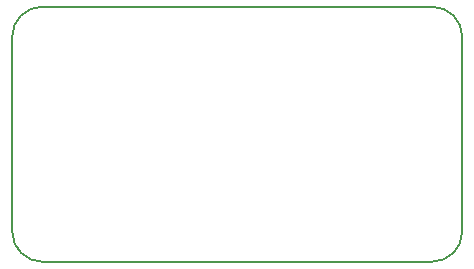
<source format=gbr>
G04 #@! TF.GenerationSoftware,KiCad,Pcbnew,5.0.2+dfsg1-1+build2*
G04 #@! TF.CreationDate,2019-10-24T23:13:18-07:00*
G04 #@! TF.ProjectId,pcb_class,7063625f-636c-4617-9373-2e6b69636164,rev?*
G04 #@! TF.SameCoordinates,Original*
G04 #@! TF.FileFunction,Profile,NP*
%FSLAX46Y46*%
G04 Gerber Fmt 4.6, Leading zero omitted, Abs format (unit mm)*
G04 Created by KiCad (PCBNEW 5.0.2+dfsg1-1+build2) date Thu 24 Oct 2019 11:13:18 PM PDT*
%MOMM*%
%LPD*%
G01*
G04 APERTURE LIST*
%ADD10C,0.150000*%
G04 APERTURE END LIST*
D10*
X154940000Y-104140000D02*
X187960000Y-104140000D01*
X152400000Y-123190000D02*
X152400000Y-106680000D01*
X187960000Y-125730000D02*
X154940000Y-125730000D01*
X190500000Y-107950000D02*
X190500000Y-123190000D01*
X187960000Y-104140000D02*
G75*
G02X190500000Y-106680000I0J-2540000D01*
G01*
X190500000Y-123190000D02*
G75*
G02X187960000Y-125730000I-2540000J0D01*
G01*
X154940000Y-125730000D02*
G75*
G02X152400000Y-123190000I0J2540000D01*
G01*
X152400000Y-106680000D02*
G75*
G02X154940000Y-104140000I2540000J0D01*
G01*
X190500000Y-107950000D02*
X190500000Y-106680000D01*
M02*

</source>
